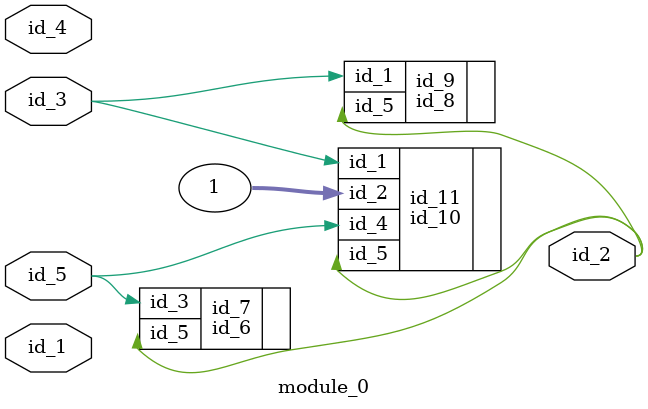
<source format=v>
module module_0 (
    id_1,
    id_2,
    id_3,
    id_4,
    id_5
);
  input id_5;
  input id_4;
  input id_3;
  output id_2;
  input id_1;
  id_6 id_7 (
      .id_5(id_2),
      .id_3(id_5)
  );
  id_8 id_9 (
      .id_5(id_2),
      .id_1(id_3)
  );
  id_10 id_11 (
      .id_5(id_2),
      .id_4(id_7),
      .id_4(id_5),
      .id_1(id_3),
      .id_2(1)
  );
endmodule

</source>
